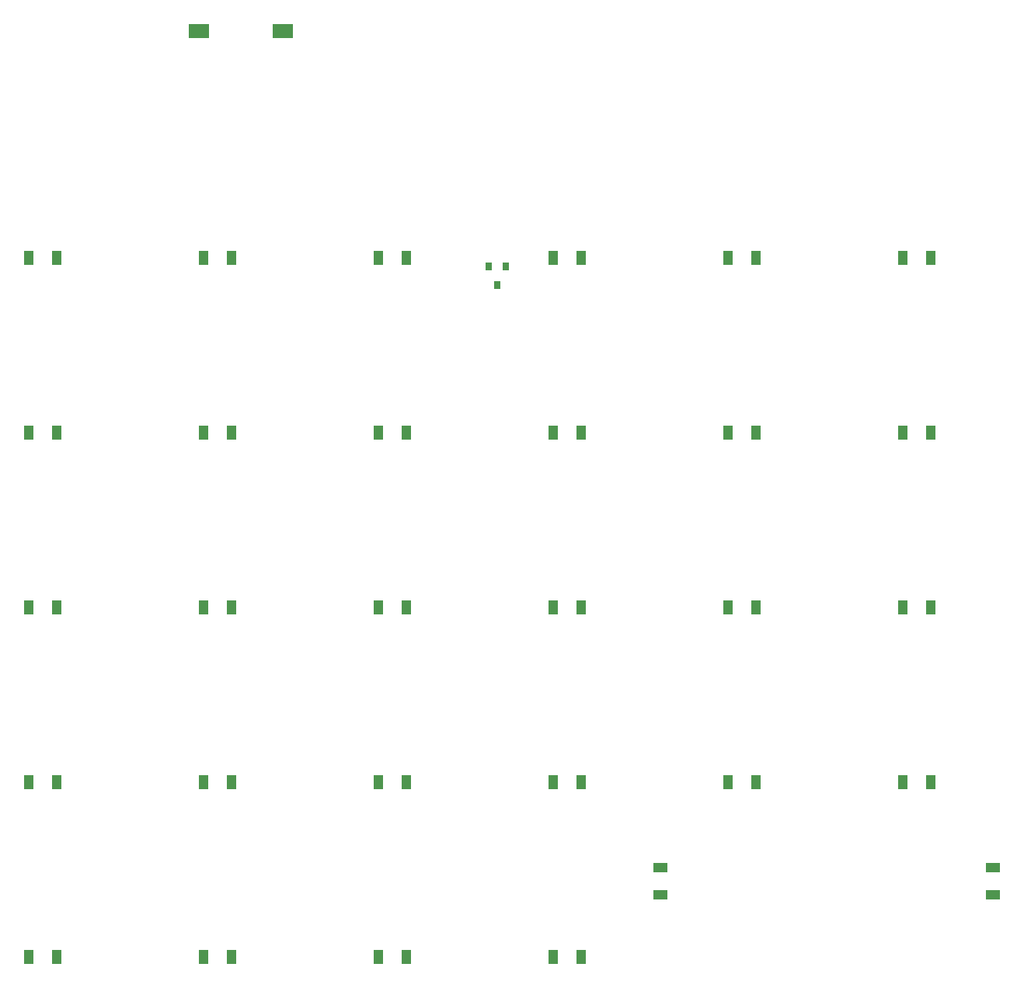
<source format=gbr>
G04 #@! TF.GenerationSoftware,KiCad,Pcbnew,(5.1.0)-1*
G04 #@! TF.CreationDate,2019-04-03T00:52:31+07:00*
G04 #@! TF.ProjectId,Nyquist,4e797175-6973-4742-9e6b-696361645f70,rev?*
G04 #@! TF.SameCoordinates,Original*
G04 #@! TF.FileFunction,Paste,Bot*
G04 #@! TF.FilePolarity,Positive*
%FSLAX46Y46*%
G04 Gerber Fmt 4.6, Leading zero omitted, Abs format (unit mm)*
G04 Created by KiCad (PCBNEW (5.1.0)-1) date 2019-04-03 00:52:31*
%MOMM*%
%LPD*%
G04 APERTURE LIST*
%ADD10R,0.800000X0.900000*%
%ADD11R,1.600000X1.000000*%
%ADD12R,2.180000X1.600000*%
%ADD13R,1.000000X1.600000*%
G04 APERTURE END LIST*
D10*
X121920000Y-55610000D03*
X122870000Y-53610000D03*
X120970000Y-53610000D03*
D11*
X139700000Y-119150000D03*
X139700000Y-122150000D03*
D12*
X98580000Y-27940000D03*
X89380000Y-27940000D03*
D13*
X70890000Y-52705000D03*
X73890000Y-52705000D03*
X92940000Y-52705000D03*
X89940000Y-52705000D03*
X111990000Y-52705000D03*
X108990000Y-52705000D03*
X131040000Y-52705000D03*
X128040000Y-52705000D03*
X150090000Y-52705000D03*
X147090000Y-52705000D03*
X166140000Y-52705000D03*
X169140000Y-52705000D03*
X70890000Y-71755000D03*
X73890000Y-71755000D03*
X89940000Y-71755000D03*
X92940000Y-71755000D03*
X108990000Y-71755000D03*
X111990000Y-71755000D03*
X128040000Y-71755000D03*
X131040000Y-71755000D03*
X150090000Y-71755000D03*
X147090000Y-71755000D03*
X166140000Y-71755000D03*
X169140000Y-71755000D03*
X73890000Y-90805000D03*
X70890000Y-90805000D03*
X92940000Y-90805000D03*
X89940000Y-90805000D03*
X108990000Y-90805000D03*
X111990000Y-90805000D03*
X131040000Y-90805000D03*
X128040000Y-90805000D03*
X147090000Y-90805000D03*
X150090000Y-90805000D03*
X169140000Y-90805000D03*
X166140000Y-90805000D03*
X70890000Y-109855000D03*
X73890000Y-109855000D03*
X92940000Y-109855000D03*
X89940000Y-109855000D03*
X108990000Y-109855000D03*
X111990000Y-109855000D03*
X131040000Y-109855000D03*
X128040000Y-109855000D03*
X147090000Y-109855000D03*
X150090000Y-109855000D03*
X169140000Y-109855000D03*
X166140000Y-109855000D03*
X70890000Y-128905000D03*
X73890000Y-128905000D03*
X92940000Y-128905000D03*
X89940000Y-128905000D03*
X108990000Y-128905000D03*
X111990000Y-128905000D03*
X131040000Y-128905000D03*
X128040000Y-128905000D03*
D11*
X175895000Y-119150000D03*
X175895000Y-122150000D03*
M02*

</source>
